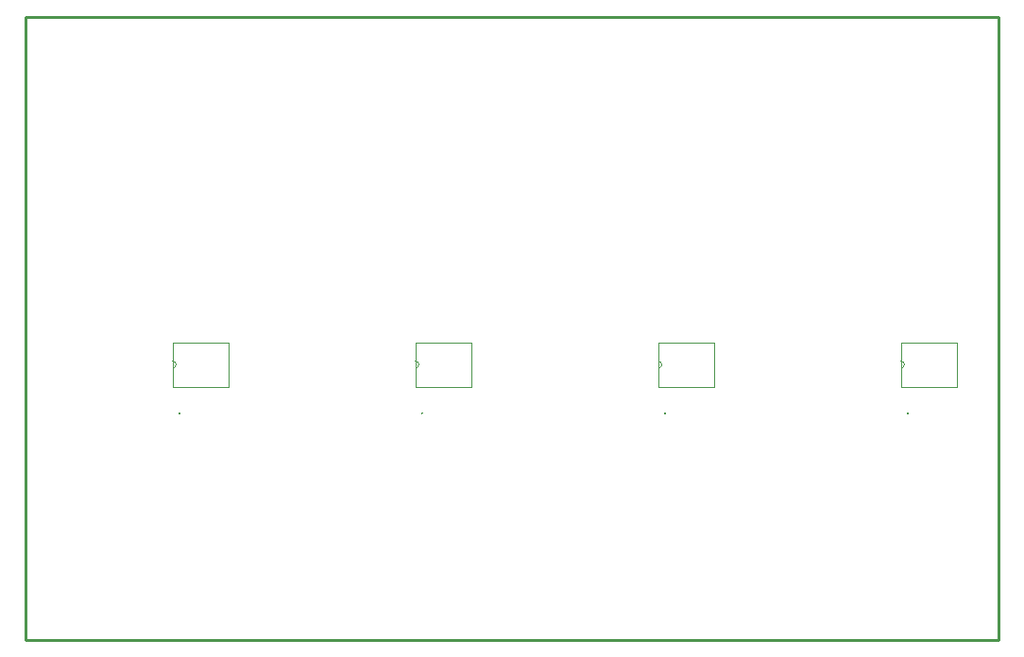
<source format=gm1>
%FSLAX25Y25*%
%MOIN*%
G70*
G01*
G75*
G04 Layer_Color=16711935*
%ADD10R,0.04331X0.05512*%
%ADD11R,0.05512X0.04331*%
%ADD12R,0.07900X0.05900*%
%ADD13R,0.07900X0.15000*%
%ADD14R,0.04000X0.05000*%
%ADD15R,0.13780X0.04724*%
%ADD16R,0.05000X0.03600*%
%ADD17R,0.03600X0.03600*%
%ADD18R,0.05000X0.04000*%
%ADD19R,0.02362X0.06102*%
%ADD20O,0.01378X0.08268*%
%ADD21R,0.17716X0.17716*%
%ADD22O,0.00984X0.02953*%
%ADD23O,0.02953X0.00984*%
%ADD24C,0.01000*%
%ADD25C,0.02500*%
%ADD26R,0.06200X0.06200*%
%ADD27C,0.06200*%
%ADD28C,0.05315*%
%ADD29R,0.05315X0.05315*%
%ADD30R,0.06200X0.06200*%
%ADD31C,0.12992*%
%ADD32C,0.06500*%
%ADD33C,0.03000*%
%ADD34C,0.01500*%
%ADD35C,0.02000*%
%ADD36R,0.20965X0.19882*%
%ADD37C,0.00787*%
%ADD38C,0.00500*%
%ADD39C,0.00400*%
%ADD40C,0.00600*%
%ADD41C,0.00984*%
%ADD42C,0.02362*%
%ADD43C,0.00098*%
%ADD44C,0.00098*%
%ADD45R,0.05131X0.06312*%
%ADD46R,0.06312X0.05131*%
%ADD47R,0.08700X0.06700*%
%ADD48R,0.08700X0.15800*%
%ADD49R,0.04800X0.05800*%
%ADD50R,0.14579X0.05524*%
%ADD51R,0.05800X0.04400*%
%ADD52R,0.04400X0.04400*%
%ADD53R,0.05800X0.04800*%
%ADD54R,0.03162X0.06902*%
%ADD55O,0.02178X0.09068*%
%ADD56R,0.18517X0.18517*%
%ADD57O,0.01784X0.03753*%
%ADD58O,0.03753X0.01784*%
%ADD59R,0.07000X0.07000*%
%ADD60C,0.07000*%
%ADD61C,0.06115*%
%ADD62R,0.06115X0.06115*%
%ADD63R,0.07000X0.07000*%
%ADD64C,0.13792*%
%ADD65C,0.07300*%
%ADD66C,0.03800*%
%ADD67C,0.00000*%
D24*
X100000Y100000D02*
X443209D01*
X100000D02*
Y319882D01*
X443209D01*
Y100000D02*
Y319882D01*
D67*
X411481Y180049D02*
G03*
X411481Y180049I-300J0D01*
G01*
X408831Y196030D02*
G03*
X408831Y198430I0J1200D01*
G01*
X325851Y180049D02*
G03*
X325851Y180049I-300J0D01*
G01*
X323201Y196030D02*
G03*
X323201Y198430I0J1200D01*
G01*
X237473Y196030D02*
G03*
X237473Y198430I0J1200D01*
G01*
X240123Y180049D02*
G03*
X240123Y180049I-300J0D01*
G01*
X151843Y196030D02*
G03*
X151843Y198430I0J1200D01*
G01*
X154493Y180049D02*
G03*
X154493Y180049I-300J0D01*
G01*
X428531Y189380D02*
Y205080D01*
X408831D02*
X428531D01*
X408831Y189380D02*
Y205080D01*
Y189380D02*
X428531D01*
X342901D02*
Y205080D01*
X323201D02*
X342901D01*
X323201Y189380D02*
Y205080D01*
Y189380D02*
X342901D01*
X237473D02*
X257173D01*
X237473D02*
Y205080D01*
X257173D01*
Y189380D02*
Y205080D01*
X151843Y189380D02*
X171543D01*
X151843D02*
Y205080D01*
X171543D01*
Y189380D02*
Y205080D01*
M02*

</source>
